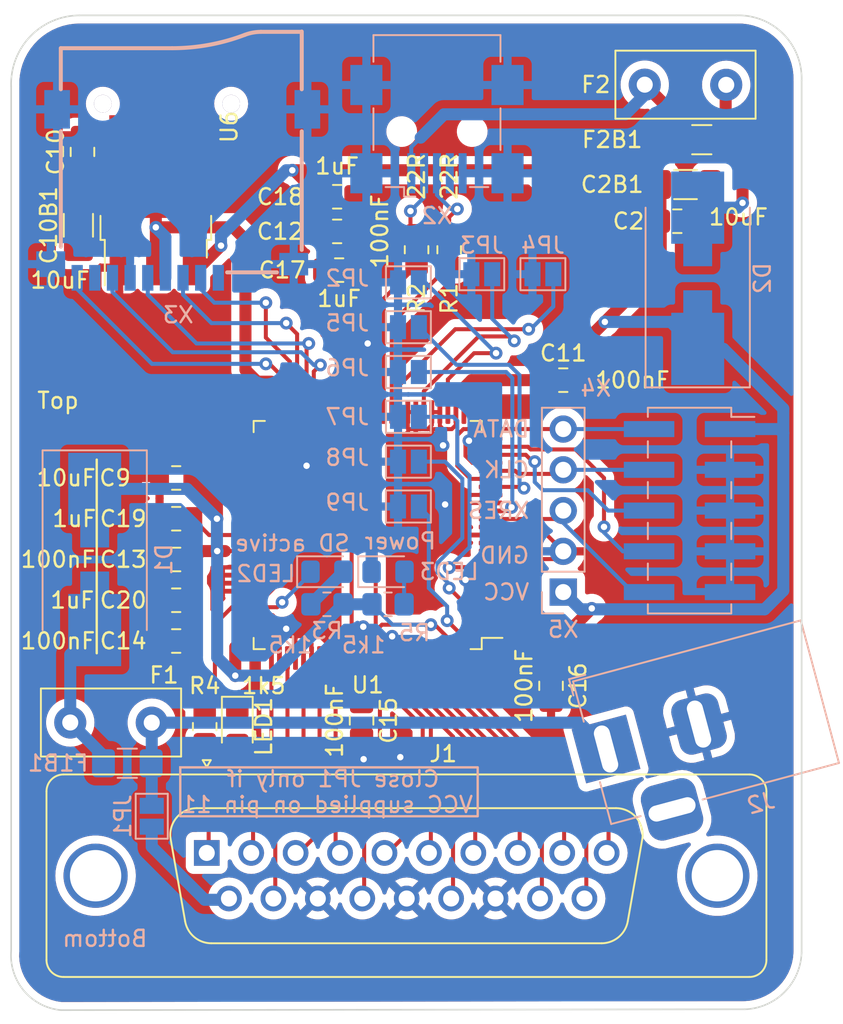
<source format=kicad_pcb>
(kicad_pcb (version 20211014) (generator pcbnew)
  (layers (0 "F.Cu" signal) (31 "B.Cu" signal) (34 "B.Paste" user) (35 "F.Paste" user) (36 "B.SilkS" user "B.Silkscreen") (37 "F.SilkS" user "F.Silkscreen") (38 "B.Mask" user) (39 "F.Mask" user) (44 "Edge.Cuts" user))
  (net 0 "")
  (net 1 "+5V")
  (net 2 "GND")
  (net 3 "Net-(C17-Pad1)")
  (net 4 "Net-(C19-Pad1)")
  (net 5 "Net-(F1-Pad2)")
  (net 6 "Net-(F2-Pad1)")
  (net 7 "/DB0")
  (net 8 "/DB1")
  (net 9 "/DB2")
  (net 10 "/DB3")
  (net 11 "/DB4")
  (net 12 "/DB5")
  (net 13 "/DB6")
  (net 14 "/DB7")
  (net 15 "/~{SEL}")
  (net 16 "/~{INT}")
  (net 17 "Net-(J1-Pad11)")
  (net 18 "/~{RESET}")
  (net 19 "/~{ACK}")
  (net 20 "/A1")
  (net 21 "/R~{W}")
  (net 22 "/~{DRQ}")
  (net 23 "Net-(JP2-Pad1)")
  (net 24 "Net-(JP3-Pad1)")
  (net 25 "Net-(JP4-Pad1)")
  (net 26 "Net-(JP5-Pad1)")
  (net 27 "Net-(JP6-Pad1)")
  (net 28 "Net-(JP7-Pad1)")
  (net 29 "Net-(JP8-Pad1)")
  (net 30 "Net-(JP9-Pad1)")
  (net 31 "Net-(R1-Pad1)")
  (net 32 "Net-(R2-Pad1)")
  (net 33 "Net-(LED1-Pad2)")
  (net 34 "Net-(LED3-Pad2)")
  (net 36 "/XRES")
  (net 37 "/DATA")
  (net 38 "/CLK")
  (net 39 "/SWV_TDO")
  (net 40 "/TDI")
  (net 44 "/MISO")
  (net 45 "/SCK")
  (net 46 "/MOSI")
  (net 47 "/~{CS}")
  (net 48 "/~{CD}")
  (net 55 "/LED")
  (net 57 "Net-(D1-Pad2)")
  (net 58 "+3.3V")
  (net 59 "Net-(D2-Pad2)")
  (net 60 "Net-(LED2-Pad2)")
  (net 61 "Net-(R1-Pad2)")
  (net 62 "Net-(R2-Pad2)")
  (footprint "LED_SMD:LED_0805_2012Metric_Pad1.15x1.40mm_HandSolder" (layer "F.Cu") (at 206.502 134.366 -90)
    (fp_text reference "LED1")
    (fp_text value "LEDCHIPLED_0805")
  )
  (footprint "Package_TO_SOT_SMD:TO-252-3_TabPin2" (layer "F.Cu") (at 201.422 101.565 90)
    (fp_text reference "U6")
    (fp_text value "LDO 3.3V")
  )
  (footprint "Capacitor_SMD:C_0805_2012Metric_Pad1.18x1.45mm_HandSolder" (layer "F.Cu") (at 202.692 118.872 180)
    (fp_text reference "C9")
    (fp_text value "10uF")
  )
  (footprint "Capacitor_SMD:C_0805_2012Metric_Pad1.18x1.45mm_HandSolder" (layer "F.Cu") (at 212.725 103.505)
    (fp_text reference "C12")
    (fp_text value "100nF")
  )
  (footprint "Capacitor_SMD:C_0805_2012Metric_Pad1.18x1.45mm_HandSolder" (layer "F.Cu") (at 233.934 102.87)
    (fp_text reference "C2")
    (fp_text value "10uF")
  )
  (footprint "Capacitor_SMD:C_0805_2012Metric_Pad1.18x1.45mm_HandSolder" (layer "F.Cu") (at 214.249 133.985 -90)
    (fp_text reference "C15")
    (fp_text value "100nF")
  )
  (footprint "Resistor_SMD:R_0805_2012Metric_Pad1.20x1.40mm_HandSolder" (layer "F.Cu") (at 219.71 104.648 -90)
    (fp_text reference "R1")
    (fp_text value "22R")
  )
  (footprint "Capacitor_SMD:C_1206_3216Metric_Pad1.33x1.80mm_HandSolder" (layer "F.Cu") (at 234.442 100.584)
    (fp_text reference "C2B1")
    (fp_text value "10uF")
  )
  (footprint "Capacitor_SMD:C_0805_2012Metric_Pad1.18x1.45mm_HandSolder" (layer "F.Cu") (at 226.06 131.826 -90)
    (fp_text reference "C16")
    (fp_text value "100nF")
  )
  (footprint "Capacitor_SMD:C_0805_2012Metric_Pad1.18x1.45mm_HandSolder" (layer "F.Cu") (at 212.852 105.918)
    (fp_text reference "C17")
    (fp_text value "1uF")
  )
  (footprint "Capacitor_SMD:C_0805_2012Metric_Pad1.18x1.45mm_HandSolder" (layer "F.Cu") (at 196.85 98.552 90)
    (fp_text reference "C10")
    (fp_text value "10uF")
  )
  (footprint "Resistor_SMD:R_0805_2012Metric_Pad1.20x1.40mm_HandSolder" (layer "F.Cu") (at 204.47 134.366 90)
    (fp_text reference "R4")
    (fp_text value "1k5")
  )
  (footprint "Fuse:Fuse_Littelfuse_395Series" (layer "F.Cu") (at 231.902 94.361)
    (fp_text reference "F2")
    (fp_text value "TE5")
  )
  (footprint "Capacitor_SMD:C_0805_2012Metric_Pad1.18x1.45mm_HandSolder" (layer "F.Cu") (at 202.692 121.412 180)
    (fp_text reference "C19")
    (fp_text value "1uF")
  )
  (footprint "Package_QFP:TQFP-100_14x14mm_P0.5mm" (layer "F.Cu") (at 214.63 122.428 180)
    (fp_text reference "U1")
    (fp_text value "CY8C5468AXI-LP042")
  )
  (footprint "Capacitor_SMD:C_0805_2012Metric_Pad1.18x1.45mm_HandSolder" (layer "F.Cu") (at 212.725 101.346)
    (fp_text reference "C18")
    (fp_text value "1uF")
  )
  (footprint "Fuse:Fuse_Littelfuse_395Series" (layer "F.Cu") (at 196.088 134.112)
    (fp_text reference "F1")
    (fp_text value "TE5")
  )
  (footprint "DCDAtari:DSUB-19_Male_Vertical_MountingHoles" (layer "F.Cu") (at 204.597 142.24)
    (fp_text reference "J1")
    (fp_text value "DB19_Male")
  )
  (footprint "Capacitor_SMD:C_0805_2012Metric_Pad1.18x1.45mm_HandSolder" (layer "F.Cu") (at 202.692 126.492 180)
    (fp_text reference "C20")
    (fp_text value "1uF")
  )
  (footprint "Capacitor_SMD:C_0805_2012Metric_Pad1.18x1.45mm_HandSolder" (layer "F.Cu") (at 226.822 112.776)
    (fp_text reference "C11")
    (fp_text value "100nF")
  )
  (footprint "Capacitor_SMD:C_0805_2012Metric_Pad1.18x1.45mm_HandSolder" (layer "F.Cu") (at 202.692 123.952 180)
    (fp_text reference "C13")
    (fp_text value "100nF")
  )
  (footprint "Capacitor_SMD:C_0805_2012Metric_Pad1.18x1.45mm_HandSolder" (layer "F.Cu") (at 202.692 129.032 180)
    (fp_text reference "C14")
    (fp_text value "100nF")
  )
  (footprint "Fuse:Fuse_1206_3216Metric_Pad1.42x1.75mm_HandSolder" (layer "F.Cu") (at 235.458 97.79)
    (fp_text reference "F2B1")
    (fp_text value "1206L012WR")
  )
  (footprint "Capacitor_SMD:C_1206_3216Metric_Pad1.33x1.80mm_HandSolder" (layer "F.Cu") (at 196.596 103.124 90)
    (fp_text reference "C10B1")
    (fp_text value "10uF")
  )
  (footprint "Resistor_SMD:R_0805_2012Metric_Pad1.20x1.40mm_HandSolder" (layer "F.Cu") (at 217.678 104.648 -90)
    (fp_text reference "R2")
    (fp_text value "22R")
  )
  (footprint "Resistor_SMD:R_0805_2012Metric_Pad1.20x1.40mm_HandSolder" (layer "B.Cu") (at 215.9 126.746 180)
    (fp_text reference "R5")
    (fp_text value "1k5")
  )
  (footprint "Connector_PinHeader_2.54mm:PinHeader_2x05_P2.54mm_Vertical_SMD" (layer "B.Cu") (at 234.696 120.904 180)
    (fp_text reference "X4")
    (fp_text value "MiniProg")
  )
  (footprint "Diode_SMD:D_SMC_Handsoldering" (layer "B.Cu") (at 197.612 123.952 -90)
    (fp_text reference "D1SMC1" hide)
    (fp_text value "SCHOTTKY-DIODESMC")
  )
  (footprint "Jumper:SolderJumper-2_P1.3mm_Open_Pad1.0x1.5mm" (layer "B.Cu") (at 201.168 139.954 -90)
    (fp_text reference "JP1")
    (fp_text value "SolderJumper_2_Open")
  )
  (footprint "Jumper:SolderJumper-2_P1.3mm_Open_Pad1.0x1.5mm" (layer "B.Cu") (at 217.17 115.062 180)
    (fp_text reference "JP7")
    (fp_text value "SolderJumper_2_Open")
  )
  (footprint "Diode_SMD:D_SMA_Handsoldering" (layer "B.Cu") (at 197.612 123.952 -90)
    (fp_text reference "D1")
    (fp_text value "SCHOTTKY-DIODEDO214AC")
  )
  (footprint "Connector_PinHeader_2.54mm:PinHeader_1x05_P2.54mm_Vertical" (layer "B.Cu") (at 226.822 125.984)
    (fp_text reference "X5")
    (fp_text value "KitProg")
  )
  (footprint "Jumper:SolderJumper-2_P1.3mm_Open_Pad1.0x1.5mm" (layer "B.Cu") (at 217.17 120.65 180)
    (fp_text reference "JP9")
    (fp_text value "SolderJumper_2_Open")
  )
  (footprint "Jumper:SolderJumper-2_P1.3mm_Open_Pad1.0x1.5mm" (layer "B.Cu") (at 217.17 106.68 180)
    (fp_text reference "JP2")
    (fp_text value "SolderJumper_2_Open")
  )
  (footprint "Jumper:SolderJumper-2_P1.3mm_Open_Pad1.0x1.5mm" (layer "B.Cu") (at 217.17 112.268 180)
    (fp_text reference "JP6")
    (fp_text value "SolderJumper_2_Open")
  )
  (footprint "Diode_SMD:D_SMA_Handsoldering" (layer "B.Cu") (at 235.204 106.426 90)
    (fp_text reference "D2")
    (fp_text value "SCHOTTKY-DIODEDO214AC")
  )
  (footprint "Connector_BarrelJack:BarrelJack_Horizontal" (layer "B.Cu") (at 229.489 135.763 -165)
    (fp_text reference "J2")
    (fp_text value "Jack-DC")
  )
  (footprint "Fuse:Fuse_1206_3216Metric_Pad1.42x1.75mm_HandSolder" (layer "B.Cu") (at 199.644 136.652)
    (fp_text reference "F1B1")
    (fp_text value "1206L012WR")
  )
  (footprint "Diode_SMD:D_SMC_Handsoldering" (layer "B.Cu") (at 235.204 106.426 90)
    (fp_text reference "D2SMC1" hide)
    (fp_text value "SCHOTTKY-DIODESMC")
  )
  (footprint "Jumper:SolderJumper-2_P1.3mm_Open_Pad1.0x1.5mm" (layer "B.Cu") (at 217.17 109.474 180)
    (fp_text reference "JP5")
    (fp_text value "SolderJumper_2_Open")
  )
  (footprint "Resistor_SMD:R_0805_2012Metric_Pad1.20x1.40mm_HandSolder" (layer "B.Cu") (at 212.09 126.746)
    (fp_text reference "R3")
    (fp_text value "1k5")
  )
  (footprint "Jumper:SolderJumper-2_P1.3mm_Open_Pad1.0x1.5mm" (layer "B.Cu") (at 217.17 117.856 180)
    (fp_text reference "JP8")
    (fp_text value "SolderJumper_2_Open")
  )
  (footprint "Jumper:SolderJumper-2_P1.3mm_Open_Pad1.0x1.5mm" (layer "B.Cu") (at 225.552 106.172 180)
    (fp_text reference "JP4")
    (fp_text value "ACSI_ID_H")
  )
  (footprint "Connector_USB:USB_Mini-B_Wuerth_65100516121_Horizontal" (layer "B.Cu") (at 218.948 97.282)
    (fp_text reference "X2")
    (fp_text value "MINI-USB-32005-201")
  )
  (footprint "Connector_DCD:lcsc_c111196_microsd_slot" (layer "B.Cu") (at 202.869 101.1475 90)
    (fp_text reference "X3")
    (fp_text value "MICROSD")
  )
  (footprint "Jumper:SolderJumper-2_P1.3mm_Open_Pad1.0x1.5mm" (layer "B.Cu") (at 221.742 106.172 180)
    (fp_text reference "JP3")
    (fp_text value "SolderJumper_2_Open")
  )
  (footprint "LED_SMD:LED_0805_2012Metric_Pad1.15x1.40mm_HandSolder" (layer "B.Cu") (at 212.09 124.714)
    (fp_text reference "LED2")
    (fp_text value "SD active")
  )
  (footprint "LED_SMD:LED_0805_2012Metric_Pad1.15x1.40mm_HandSolder" (layer "B.Cu") (at 215.9 124.714)
    (fp_text reference "LED3")
    (fp_text value "Power")
  )
  (gr_rect (start 202.946 136.906) (end 221.488 139.954) (layer "B.SilkS") (width 0.15) (fill none))
  (gr_line (start 197.739 117.729) (end 197.739 129.794) (layer "F.SilkS") (width 0.15))
  (gr_arc (start 237.617 90.043) (mid 240.530947 91.193052) (end 241.681 94.107) (layer "Edge.Cuts") (width 0.1))
  (gr_line (start 241.681 94.107) (end 241.681 148.463) (layer "Edge.Cuts") (width 0.1))
  (gr_line (start 238.139223 151.985472) (end 195.502865 152.03693) (layer "Edge.Cuts") (width 0.1))
  (gr_arc (start 192.405 94.488) (mid 193.587703 91.360893) (end 196.660274 90.043) (layer "Edge.Cuts") (width 0.1))
  (gr_arc (start 195.502865 152.03693) (mid 193.194262 150.822341) (end 192.405 148.336) (layer "Edge.Cuts") (width 0.1))
  (gr_arc (start 241.681 148.463) (mid 240.604555 150.920563) (end 238.139223 151.985472) (layer "Edge.Cuts") (width 0.1))
  (gr_line (start 192.405 148.336) (end 192.405 94.488) (layer "Edge.Cuts") (width 0.1))
  (gr_line (start 196.660274 90.043) (end 237.617 90.043) (layer "Edge.Cuts") (width 0.1))
  (gr_text "GND" (at 224.79 123.698) (layer "B.SilkS") (effects (font (size 1 1)) (justify left mirror)))
  (gr_text "Close JP1 only if \nVCC supplied on pin 11" (at 212.09 138.43) (layer "B.SilkS") (effects (font (size 1 1)) (justify mirror)))
  (gr_text "Bottom" (at 198.247 147.574) (layer "B.SilkS") (effects (font (size 1 1)) (justify mirror)))
  (gr_text "VCC" (at 224.79 125.984) (layer "B.SilkS") (effects (font (size 1 1)) (justify left mirror)))
  (gr_text "XRES" (at 224.79 120.904) (layer "B.SilkS") (effects (font (size 1 1)) (justify left mirror)))
  (gr_text "CLK" (at 224.79 118.364) (layer "B.SilkS") (effects (font (size 1 1)) (justify left mirror)))
  (gr_text "DATA" (at 224.79 115.824) (layer "B.SilkS") (effects (font (size 1 1)) (justify left mirror)))
  (gr_text "Top" (at 195.326 114.046) (layer "F.SilkS") (effects (font (size 1 1))))
  (segment (start 203.7295 129.032) (end 203.7295 132.6255) (width 0.75) (layer "F.Cu") (net 1))
  (segment (start 215.138 128.397) (end 215.519 128.016) (width 0.25) (layer "F.Cu") (net 1))
  (segment (start 205.232 120.3745) (end 205.232 121.412) (width 0.75) (layer "F.Cu") (net 1))
  (segment (start 225.044 99.695) (end 209.931 99.695) (width 0.75) (layer "F.Cu") (net 1))
  (segment (start 214.53 130.993685) (end 214.605 130.918685) (width 0.25) (layer "F.Cu") (net 1))
  (segment (start 206.502 129.286) (end 206.375 129.413) (width 0.75) (layer "F.Cu") (net 1))
  (segment (start 221.5305 130.0905) (end 222.25 130.81) (width 0.75) (layer "F.Cu") (net 1))
  (segment (start 214.53 132.6665) (end 214.53 130.993685) (width 0.25) (layer "F.Cu") (net 1))
  (segment (start 206.502 128.8935) (end 206.502 129.286) (width 0.25) (layer "F.Cu") (net 1))
  (segment (start 218.811695 128.016) (end 219.673695 128.878) (width 0.25) (layer "F.Cu") (net 1))
  (segment (start 215.13 114.7655) (end 215.13 128.418685) (width 0.25) (layer "F.Cu") (net 1))
  (segment (start 204.2535 123.428) (end 203.7295 123.952) (width 0.75) (layer "F.Cu") (net 1))
  (segment (start 211.6875 103.505) (end 211.6875 101.346) (width 0.75) (layer "F.Cu") (net 1))
  (segment (start 206.9675 128.428) (end 206.502 128.8935) (width 0.25) (layer "F.Cu") (net 1))
  (segment (start 220.445 128.878) (end 220.63 129.063) (width 0.25) (layer "F.Cu") (net 1))
  (segment (start 203.702 105.765) (end 204.115 105.765) (width 0.75) (layer "F.Cu") (net 1))
  (segment (start 214.63 128.918685) (end 214.63 130.0905) (width 0.25) (layer "F.Cu") (net 1))
  (segment (start 203.7295 132.6255) (end 204.47 133.366) (width 0.75) (layer "F.Cu") (net 1))
  (segment (start 210.0365 99.695) (end 211.6875 101.346) (width 0.75) (layer "F.Cu") (net 1))
  (segment (start 226.06 129.54) (end 228.6 127) (width 0.75) (layer "F.Cu") (net 1))
  (segment (start 206.375 129.413) (end 206.375 131.191) (width 0.75) (layer "F.Cu") (net 1))
  (segment (start 232.8965 102.87) (end 228.219 102.87) (width 0.75) (layer "F.Cu") (net 1))
  (segment (start 220.63 130.0905) (end 221.5305 130.0905) (width 0.25) (layer "F.Cu") (net 1))
  (segment (start 206.9675 123.428) (end 205.74 123.428) (width 0.25) (layer "F.Cu") (net 1))
  (segment (start 221.107 112.776) (end 225.7845 112.776) (width 0.75) (layer "F.Cu") (net 1))
  (segment (start 205.248 123.428) (end 204.2535 123.428) (width 0.75) (layer "F.Cu") (net 1))
  (segment (start 203.7295 123.952) (end 203.7295 129.032) (width 0.75) (layer "F.Cu") (net 1))
  (segment (start 215.13 128.418685) (end 214.63 128.918685) (width 0.25) (layer "F.Cu") (net 1))
  (segment (start 205.74 123.428) (end 205.248 123.428) (width 0.75) (layer "F.Cu") (net 1))
  (segment (start 222.25 130.81) (end 226.0385 130.81) (width 0.75) (layer "F.Cu") (net 1))
  (segment (start 226.06 130.7885) (end 226.06 129.54) (width 0.75) (layer "F.Cu") (net 1))
  (segment (start 220.63 129.063) (end 220.63 130.0905) (width 0.25) (layer "F.Cu") (net 1))
  (segment (start 232.8795 100.584) (end 232.8795 102.853) (width 0.75) (layer "F.Cu") (net 1))
  (segment (start 220.726 113.157) (end 221.107 112.776) (width 0.75) (layer "F.Cu") (net 1))
  (segment (start 214.605 130.918685) (end 214.605 129.667) (width 0.25) (layer "F.Cu") (net 1))
  (segment (start 232.8965 102.87) (end 232.8965 105.664) (width 0.75) (layer "F.Cu") (net 1))
  (segment (start 232.8965 105.664) (end 229.41475 109.14575) (width 0.75) (layer "F.Cu") (net 1))
  (segment (start 220.63 113.253) (end 220.63 114.7655) (width 0.25) (layer "F.Cu") (net 1))
  (segment (start 219.673695 128.878) (end 220.445 128.878) (width 0.25) (layer "F.Cu") (net 1))
  (segment (start 229.41475 109.14575) (end 225.7845 112.776) (width 0.75) (layer "F.Cu") (net 1))
  (segment (start 220.726 113.157) (end 220.63 113.253) (width 0.25) (layer "F.Cu") (net 1))
  (segment (start 218.567 128.016) (end 218.811695 128.016) (width 0.25) (layer "F.Cu") (net 1))
  (segment (start 204.115 105.765) (end 205.486 104.394) (width 0.75) (layer "F.Cu") (net 1))
  (segment (start 203.7295 118.872) (end 205.232 120.3745) (width 0.75) (layer "F.Cu") (net 1))
  (segment (start 215.519 128.016) (end 218.567 128.016) (width 0.25) (layer "F.Cu") (net 1))
  (segment (start 209.931 99.695) (end 210.0365 99.695) (width 0.75) (layer "F.Cu") (net 1))
  (segment (start 228.219 102.87) (end 225.044 99.695) (width 0.75) (layer "F.Cu") (net 1))
  (via (at 209.931 99.695) (size 0.8) (drill 0.4) (layers "F.Cu" "B.Cu") (net 1))
  (via (at 205.232 121.412) (size 0.8) (drill 0.4) (layers "F.Cu" "B.Cu") (net 1))
  (via (at 228.6 127) (size 0.8) (drill 0.4) (layers "F.Cu" "B.Cu") (net 1))
  (via (at 229.41475 109.14575) (size 0.8) (drill 0.4) (layers "F.Cu" "B.Cu") (net 1))
  (via (at 205.248 123.428) (size 0.8) (drill 0.4) (layers "F.Cu" "B.Cu") (net 1))
  (via (at 218.567 128.016) (size 0.8) (drill 0.4) (layers "F.Cu" "B.Cu") (net 1))
  (via (at 206.375 131.191) (size 0.8) (drill 0.4) (layers "F.Cu" "B.Cu") (net 1))
  (via (at 205.486 104.394) (size 0.8) (drill 0.4) (layers "F.Cu" "B.Cu") (net 1))
  (segment (start 229.41475 109.14575) (end 233.52375 109.14575) (width 0.75) (layer "B.Cu") (net 1))
  (segment (start 206.375 131.191) (end 205.248 130.064) (width 0.75) (layer "B.Cu") (net 1))
  (segment (start 235.204 110.826) (end 236.81 110.826) (width 0.75) (layer "B.Cu") (net 1))
  (segment (start 209.931 99.695) (end 209.55 99.695) (width 0.75) (layer "B.Cu") (net 1))
  (segment (start 205.232 123.412) (end 205.248 123.428) (width 0.25) (layer "B.Cu") (net 1))
  (segment (start 197.612 119.552) (end 203.372 119.552) (width 0.75) (layer "B.Cu") (net 1))
  (segment (start 205.248 130.064) (end 205.248 123.428) (width 0.75) (layer "B.Cu") (net 1))
  (segment (start 213.09 126.746) (end 208.645 131.191) (width 0.75) (layer "B.Cu") (net 1))
  (segment (start 218.567 128.016) (end 216.17 128.016) (width 0.25) (layer "B.Cu") (net 1))
  (segment (start 214.9 126.746) (end 213.09 126.746) (width 0.75) (layer "B.Cu") (net 1))
  (segment (start 240.538 125.892) (end 239.371 127.059) (width 0.75) (layer "B.Cu") (net 1))
  (segment (start 233.52375 109.14575) (end 235.204 110.826) (width 0.75) (layer "B.Cu") (net 1))
  (segment (start 203.372 119.552) (end 205.232 121.412) (width 0.75) (layer "B.Cu") (net 1))
  (segment (start 240.538 114.554) (end 240.538 116.078) (width 0.75) (layer "B.Cu") (net 1))
  (segment (start 240.538 116.078) (end 240.538 125.892) (width 0.75) (layer "B.Cu") (net 1))
  (segment (start 205.232 121.412) (end 205.232 123.412) (width 0.75) (layer "B.Cu") (net 1))
  (segment (start 236.81 110.826) (end 240.538 114.554) (width 0.75) (layer "B.Cu") (net 1))
  (segment (start 227.897 127.059) (end 226.822 125.984) (width 0.75) (layer "B.Cu") (net 1))
  (segment (start 239.371 127.059) (end 227.897 127.059) (width 0.75) (layer "B.Cu") (net 1))
  (segment (start 237.221 115.824) (end 240.284 115.824) (width 0.75) (layer "B.Cu") (net 1))
  (segment (start 209.55 99.695) (end 205.486 103.759) (width 0.75) (layer "B.Cu") (net 1))
  (segment (start 208.645 131.191) (end 206.375 131.191) (width 0.75) (layer "B.Cu") (net 1))
  (segment (start 216.17 128.016) (end 214.9 126.746) (width 0.25) (layer "B.Cu") (net 1))
  (segment (start 240.284 115.824) (end 240.538 116.078) (width 0.75) (layer "B.Cu") (net 1))
  (segment (start 205.486 103.759) (end 205.486 104.394) (width 0.75) (layer "B.Cu") (net 1))
  (segment (start 219.079 116.59) (end 219.079 115.828) (width 0.25) (layer "F.Cu") (net 2))
  (segment (start 221.162 117.928) (end 222.2925 117.928) (width 0.25) (layer "F.Cu") (net 2))
  (segment (start 206.9675 123.928) (end 208.256 123.928) (width 0.25) (layer "F.Cu") (net 2))
  (segment (start 208.256 123.928) (end 209.423 125.095) (width 0.25) (layer "F.Cu") (net 2))
  (segment (start 224.79 127.428) (end 224.362 127) (width 0.25) (layer "F.Cu") (net 2))
  (segment (start 222.2925 127.928) (end 221.321305 127.928) (width 0.25) (layer "F.Cu") (net 2))
  (segment (start 211.63 114.7655) (end 212.09 114.3055) (width 0.25) (layer "F.Cu") (net 2))
  (segment (start 219.333 115.828) (end 219.13 115.625) (width 0.25) (layer "F.Cu") (net 2))
  (segment (start 214.13 128.3675) (end 214.3545 128.143) (width 0.25) (layer "F.Cu") (net 2))
  (segment (start 212.13 116.8) (end 212.09 116.84) (width 0.25) (layer "F.Cu") (net 2))
  (segment (start 211.13 130.0905) (end 211.13 129.203) (width 0.25) (layer "F.Cu") (net 2))
  (segment (start 217.13 114.7655) (end 217.13 115.784) (width 0.25) (layer "F.Cu") (net 2))
  (segment (start 222.2925 127.928) (end 224.448 127.928) (width 0.25) (layer "F.Cu") (net 2))
  (segment (start 208.09 126.428) (end 209.423 125.095) (width 0.25) (layer "F.Cu") (net 2))
  (segment (start 212.13 114.7655) (end 212.13 116.8) (width 0.25) (layer "F.Cu") (net 2))
  (segment (start 211.13 129.203) (end 210.197 128.27) (width 0.25) (layer "F.Cu") (net 2))
  (segment (start 215.63 130.0905) (end 215.63 129.2645) (width 0.25) (layer "F.Cu") (net 2))
  (segment (start 209.13 130.0905) (end 209.13 128.69) (width 0.25) (layer "F.Cu") (net 2))
  (segment (start 222.2925 126.928) (end 222.2925 127.928) (width 0.25) (layer "F.Cu") (net 2))
  (segment (start 220.821304 127.428) (end 220.686652 127.293348) (width 0.25) (layer "F.Cu") (net 2))
  (segment (start 219.579 115.828) (end 219.333 115.828) (width 0.25) (layer "F.Cu") (net 2))
  (segment (start 219.13 115.625) (end 219.13 114.7655) (width 0.25) (layer "F.Cu") (net 2))
  (segment (start 219.329 116.84) (end 219.079 116.59) (width 0.25) (layer "F.Cu") (net 2))
  (segment (start 210.197 128.27) (end 209.55 128.27) (width 0.25) (layer "F.Cu") (net 2))
  (segment (start 212.598 128.27) (end 209.55 128.27) (width 0.25) (layer "F.Cu") (net 2))
  (segment (start 220.393305 127) (end 220.686652 127.293348) (width 0.25) (layer "F.Cu") (net 2))
  (segment (start 214.13 130.0905) (end 214.13 128.3675) (width 0.25) (layer "F.Cu") (net 2))
  (segment (start 206.9675 127.428) (end 208.708 127.428) (width 0.25) (layer "F.Cu") (net 2))
  (segment (start 214.63 114.7655) (end 214.63 110.49) (width 0.25) (layer "F.Cu") (net 2))
  (segment (start 222.2925 122.428) (end 225.806 122.428) (width 0.25) (layer "F.Cu") (net 2))
  (segment (start 225.806 122.428) (end 226.822 123.444) (width 0.25) (layer "F.Cu") (net 2))
  (segment (start 220.9425 116.5525) (end 221.364815 116.5525) (width 0.25) (layer "F.Cu") (net 2))
  (segment (start 206.9675 118.928) (end 208.224 118.928) (width 0.25) (layer "F.Cu") (net 2))
  (segment (start 218.63 115.568685) (end 218.370685 115.828) (width 0.25) (layer "F.Cu") (net 2))
  (segment (start 219.551 120.428) (end 219.456 120.523) (width 0.25) (layer "F.Cu") (net 2))
  (segment (start 222.2925 127.428) (end 224.79 127.428) (width 0.25) (layer "F.Cu") (net 2))
  (segment (start 213.13 128.802) (end 212.598 128.27) (width 0.25) (layer "F.Cu") (net 2))
  (segment (start 206.9675 118.928) (end 205.542 118.928) (width 0.25) (layer "F.Cu") (net 2))
  (segment (start 208.224 118.928) (end 208.28 118.872) (width 0.25) (layer "F.Cu") (net 2))
  (segment (start 218.63 114.7655) (end 218.63 115.568685) (width 0.25) (layer "F.Cu") (net 2))
  (segment (start 211.63 114.7655) (end 211.63 116.38) (width 0.25) (layer "F.Cu") (net 2))
  (segment (start 212.13 130.0905) (end 212.13 129.199) (width 0.25) (layer "F.Cu") (net 2))
  (segment (start 217.936 115.828) (end 217.809 115.828) (width 0.25) (layer "F.Cu") (net 2))
  (segment (start 217.13 115.784) (end 217.174 115.828) (width 0.25) (layer "F.Cu") (net 2))
  (segment (start 206.9675 126.428) (end 208.09 126.428) (width 0.25) (layer "F.Cu") (net 2))
  (segment (start 215.63 129.2645) (end 216.154 128.7405) (width 0.25) (layer "F.Cu") (net 2))
  (segment (start 220.9425 116.5525) (end 220.726 116.769) (width 0.25) (layer "F.Cu") (net 2))
  (segment (start 210.13 130.0905) (end 210.13 128.85) (width 0.25) (layer "F.Cu") (net 2))
  (segment (start 209.423 124.580315) (end 209.423 125.095) (width 0.25) (layer "F.Cu") (net 2))
  (segment (start 208.708 127.428) (end 209.55 128.27) (width 0.25) (layer "F.Cu") (net 2))
  (segment (start 220.726 117.492) (end 221.162 117.928) (width 0.25) (layer "F.Cu") (net 2))
  (segment (start 206.9675 118.928) (end 206.9675 116.428) (width 0.25) (layer "F.Cu") (net 2))
  (segment (start 217.63 115.649) (end 217.63 114.7655) (width 0.25) (layer "F.Cu") (net 2))
  (segment (start 212.09 114.3055) (end 212.09 113.03) (width 0.25) (layer "F.Cu") (net 2))
  (segment (start 222.2925 120.428) (end 222.2925 119.928) (width 0.25) (layer "F.Cu") (net 2))
  (segment (start 206.9675 127.928) (end 209.208 127.928) (width 0.25) (layer "F.Cu") (net 2))
  (segment (start 213.13 130.0905) (end 213.13 128.802) (width 0.25) (layer "F.Cu") (net 2))
  (segment (start 219.079 115.828) (end 219.579 115.828) (width 0.25) (layer "F.Cu") (net 2))
  (segment (start 221.364815 116.5525) (end 221.489315 116.428) (width 0.25) (layer "F.Cu") (net 2))
  (segment (start 222.2925 124.928) (end 222.2925 125.928) (width 0.25) (layer "F.Cu") (net 2))
  (segment (start 219.870685 115.828) (end 219.579 115.828) (width 0.25) (layer "F.Cu") (net 2))
  (segment (start 210.13 128.85) (end 209.55 128.27) (width 0.25) (layer "F.Cu") (net 2))
  (segment (start 212.13 129.199) (end 211.201 128.27) (width 0.25) (layer "F.Cu") (net 2))
  (segment (start 222.2925 121.928) (end 222.2925 122.928) (width 0.25) (layer "F.Cu") (net 2))
  (segment (start 221.489315 116.428) (end 222.2925 116.428) (width 0.25) (layer "F.Cu") (net 2))
  (segment (start 220.932 125.428) (end 220.726 125.222) (width 0.25) (layer "F.Cu") (net 2))
  (segment (start 217.809 115.828) (end 217.63 115.649) (width 0.25) (layer "F.Cu") (net 2))
  (segment (start 206.9675 122.928) (end 207.770685 122.928) (width 0.25) (layer "F.Cu") (net 2))
  (segment (start 218.182 115.828) (end 217.936 115.828) (width 0.25) (layer "F.Cu") (net 2))
  (segment (start 206.9675 127.928) (end 206.9675 127.428) (width 0.25) (layer "F.Cu") (net 2))
  (segment (start 217.13 114.7655) (end 217.63 114.7655) (width 0.25) (layer "F.Cu") (net 2))
  (segment (start 222.2925 123.928) (end 226.338 123.928) (width 0.25) (layer "F.Cu") (net 2))
  (segment (start 224.79 128.27) (end 224.448 127.928) (width 0.25) (layer "F.Cu") (net 2))
  (segment (start 222.2925 125.428) (end 220.932 125.428) (width 0.25) (layer "F.Cu") (net 2))
  (segment (start 224.362 127) (end 220.393305 127) (width 0.25) (layer "F.Cu") (net 2))
  (segment (start 222.2925 119.928) (end 220.051 119.928) (width 0.25) (layer "F.Cu") (net 2))
  (segment (start 220.051 119.928) (end 219.456 120.523) (width 0.25) (layer "F.Cu") (net 2))
  (segment (start 209.208 127.928) (end 209.55 128.27) (width 0.25) (layer "F.Cu") (net 2))
  (segment (start 220.726 116.769) (end 220.726 117.492) (width 0.25) (layer "F.Cu") (net 2))
  (segment (start 211.63 116.38) (end 212.09 116.84) (width 0.25) (layer "F.Cu") (net 2))
  (segment (start 211.201 128.27) (end 209.55 128.27) (width 0.25) (layer "F.Cu") (net 2))
  (segment (start 222.2925 120.428) (end 219.551 120.428) (width 0.25) (layer "F.Cu") (net 2))
  (segment (start 220.13 114.7655) (end 220.13 115.568685) (width 0.25) (layer "F.Cu") (net 2))
  (segment (start 222.2925 127.428) (end 220.821304 127.428) (width 0.25) (layer "F.Cu") (net 2))
  (segment (start 207.770685 122.928) (end 209.423 124.580315) (width 0.25) (layer "F.Cu") (net 2))
  (segment (start 220.13 115.568685) (end 219.870685 115.828) (width 0.25) (layer "F.Cu") (net 2))
  (segment (start 218.63 114.7655) (end 219.13 114.7655) (width 0.25) (layer "F.Cu") (net 2))
  (segment (start 218.182 115.828) (end 219.079 115.828) (width 0.25) (layer "F.Cu") (net 2))
  (segment (start 209.13 128.69) (end 209.55 128.27) (width 0.25) (layer "F.Cu") (net 2))
  (segment (start 217.174 115.828) (end 217.936 115.828) (width 0.25) (layer "F.Cu") (net 2))
  (segment (start 221.321305 127.928) (end 220.686652 127.293348) (width 0.25) (layer "F.Cu") (net 2))
  (segment (start 218.370685 115.828) (end 218.182 115.828) (width 0.25) (layer "F.Cu") (net 2))
  (via (at 219.456 120.523) (size 0.8) (drill 0.4) (layers "F.Cu" "B.Cu") (net 2))
  (via (at 214.63 110.49) (size 0.8) (drill 0.4) (layers "F.Cu" "B.Cu") (net 2))
  (via (at 209.55 128.27) (size 0.8) (drill 0.4) (layers "F.Cu" "B.Cu") (net 2))
  (via (at 219.329 116.84) (size 0.8) (drill 0.4) (layers "F.Cu" "B.Cu") (net 2))
  (via (at 214.376 136.398) (size 0.8) (drill 0.4) (layers "F.Cu" "B.Cu") (net 2))
  (via (at 214.3545 128.143) (size 0.8) (drill 0.4) (layers "F.Cu" "B.Cu") (net 2))
  (via (at 216.662 136.271) (size 0.8) (drill 0.4) (layers "F.Cu" "B.Cu") (net 2))
  (via (at 220.9425 116.5525) (size 0.8) (drill 0.4) (layers "F.Cu" "B.Cu") (net 2))
  (via (at 210.82 118.11) (size 0.8) (drill 0.4) (layers "F.Cu" "B.Cu") (net 2))
  (via (at 220.726 125.222) (size 0.8) (drill 0.4) (layers "F.Cu" "B.Cu") (net 2))
  (via (at 216.154 128.7405) (size 0.8) (drill 0.4) (layers "F.Cu" "B.Cu") (net 2))
  (segment (start 214.875 122.165) (end 210.82 118.11) (width 0.75) (layer "B.Cu") (net 2))
  (segment (start 214.875 124.714) (end 214.875 122.165) (width 0.75) (layer "B.Cu") (net 2))
  (segment (start 220.9425 116.5525) (end 222.3435 116.5525) (width 0.25) (layer "B.Cu") (net 2))
  (segment (start 213.63 116.068685) (end 213.63 130.0905) (width 0.25) (layer "F.Cu") (net 3))
  (segment (start 214.13 115.568685) (end 213.63 116.068685) (width 0.25) (layer "F.Cu") (net 3))
  (segment (start 211.8145 109.9605) (end 211.8145 105.918) (width 0.25) (layer "F.Cu") (net 3))
  (segment (start 214.13 112.276) (end 211.8145 109.9605) (width 0.25) (layer "F.Cu") (net 3))
  (segment (start 214.13 114.7655) (end 214.13 112.276) (width 0.25) (layer "F.Cu") (net 3))
  (segment (start 214.13 114.7655) (end 214.13 115.568685) (width 0.25) (layer "F.Cu") (net 3))
  (segment (start 203.7295 121.412) (end 204.7455 122.428) (width 0.25) (layer "F.Cu") (net 4))
  (segment (start 204.7455 122.428) (end 206.9675 122.428) (width 0.25) (layer "F.Cu") (net 4))
  (segment (start 229.560569 135.849217) (end 227.833352 134.122) (width 0.75) (layer "B.Cu") (net 5))
  (segment (start 227.833352 134.122) (end 201.168 134.122) (width 0.75) (layer "B.Cu") (net 5))
  (segment (start 201.168 134.122) (end 201.168 139.304) (width 0.75) (layer "B.Cu") (net 5))
  (segment (start 233.9705 96.4295) (end 233.9705 97.79) (width 0.75) (layer "F.Cu") (net 6))
  (segment (start 231.902 94.361) (end 233.9705 96.4295) (width 0.75) (layer "F.Cu") (net 6))
  (segment (start 217.348 99.882) (end 217.348 98.247) (width 0.25) (layer "B.Cu") (net 6))
  (segment (start 217.348 98.247) (end 217.932 97.663) (width 0.25) (layer "B.Cu") (net 6))
  (segment (start 231.902 94.996) (end 231.902 94.361) (width 0.75) (layer "B.Cu") (net 6))
  (segment (start 217.932 97.663) (end 219.388 96.207) (width 0.75) (layer "B.Cu") (net 6))
  (segment (start 219.388 96.207) (end 230.691 96.207) (width 0.75) (layer "B.Cu") (net 6))
  (segment (start 230.691 96.207) (end 231.902 94.996) (width 0.75) (layer "B.Cu") (net 6))
  (segment (start 208.63 136.81) (end 204.715 140.725) (width 0.25) (layer "F.Cu") (net 7))
  (segment (start 208.63 130.0905) (end 208.63 136.81) (width 0.25) (layer "F.Cu") (net 7))
  (segment (start 204.715 140.725) (end 204.715 142.319669) (width 0.25) (layer "F.Cu") (net 7))
  (segment (start 209.63 130.0905) (end 209.63 138.541198) (width 0.25) (layer "F.Cu") (net 8))
  (segment (start 207.485 140.686198) (end 207.485 142.319669) (width 0.25) (layer "F.Cu") (net 8))
  (segment (start 209.63 138.541198) (end 207.485 140.686198) (width 0.25) (layer "F.Cu") (net 8))
  (segment (start 211.63 130.0905) (end 211.63 140.944669) (width 0.25) (layer "F.Cu") (net 9))
  (segment (start 211.63 140.944669) (end 210.255 142.319669) (width 0.25) (layer "F.Cu") (net 9))
  (segment (start 212.63 130.0905) (end 212.63 141.924669) (width 0.25) (layer "F.Cu") (net 10))
  (segment (start 216.13 132.31) (end 216.72 132.9) (width 0.25) (layer "F.Cu") (net 11))
  (segment (start 216.72 133.03398) (end 218.059 134.37298) (width 0.25) (layer "F.Cu") (net 11))
  (segment (start 218.059 140.055669) (end 215.795 142.319669) (width 0.25) (layer "F.Cu") (net 11))
  (segment (start 216.13 130.0905) (end 216.13 132.31) (width 0.25) (layer "F.Cu") (net 11))
  (segment (start 218.059 134.37298) (end 218.059 140.055669) (width 0.25) (layer "F.Cu") (net 11))
  (segment (start 216.72 132.9) (end 216.72 133.03398) (width 0.25) (layer "F.Cu") (net 11))
  (segment (start 216.63 132.173604) (end 216.63 130.0905) (width 0.25) (layer "F.Cu") (net 12))
  (segment (start 218.567 142.317669) (end 218.567 134.244584) (width 0.25) (layer "F.Cu") (net 12))
  (segment (start 217.17 132.713604) (end 216.63 132.173604) (width 0.25) (layer "F.Cu") (net 12))
  (segment (start 217.17 132.847584) (end 217.17 132.713604) (width 0.25) (layer "F.Cu") (net 12))
  (segment (start 218.567 134.244584) (end 217.17 132.847584) (width 0.25) (layer "F.Cu") (net 12))
  (segment (start 221.335 135.739792) (end 221.335 142.319669) (width 0.25) (layer "F.Cu") (net 13))
  (segment (start 218.07 132.340812) (end 218.07 132.474792) (width 0.25) (layer "F.Cu") (net 13))
  (segment (start 218.07 132.474792) (end 221.335 135.739792) (width 0.25) (layer "F.Cu") (net 13))
  (segment (start 217.63 131.900812) (end 218.07 132.340812) (width 0.25) (layer "F.Cu") (net 13))
  (segment (start 217.63 130.0905) (end 217.63 131.900812) (width 0.25) (layer "F.Cu") (net 13))
  (segment (start 218.52 132.154416) (end 218.52 132.288396) (width 0.25) (layer "F.Cu") (net 14))
  (segment (start 218.13 130.0905) (end 218.13 131.764416) (width 0.25) (layer "F.Cu") (net 14))
  (segment (start 218.52 132.288396) (end 224.105 137.873396) (width 0.25) (layer "F.Cu") (net 14))
  (segment (start 218.13 131.764416) (end 218.52 132.154416) (width 0.25) (layer "F.Cu") (net 14))
  (segment (start 224.105 137.873396) (end 224.105 142.319669) (width 0.25) (layer "F.Cu") (net 14))
  (segment (start 219.13 131.491624) (end 226.875 139.236624) (width 0.25) (layer "F.Cu") (net 15))
  (segment (start 226.875 139.236624) (end 226.875 142.319669) (width 0.25) (layer "F.Cu") (net 15))
  (segment (start 219.13 130.0905) (end 219.13 131.491624) (width 0.25) (layer "F.Cu") (net 15))
  (segment (start 220.13 130.0905) (end 220.13 131.218832) (width 0.25) (layer "F.Cu") (net 16))
  (segment (start 229.645 140.733832) (end 229.645 142.319669) (width 0.25) (layer "F.Cu") (net 16))
  (segment (start 220.13 131.218832) (end 229.645 140.733832) (width 0.25) (layer "F.Cu") (net 16))
  (segment (start 204.473669 145.159669) (end 206.1 145.159669) (width 0.75) (layer "B.Cu") (net 17))
  (segment (start 201.168 140.604) (end 201.168 141.854) (width 0.75) (layer "B.Cu") (net 17))
  (segment (start 201.168 141.854) (end 204.473669 145.159669) (width 0.75) (layer "B.Cu") (net 17))
  (segment (start 210.63 130.0905) (end 210.63 139.527678) (width 0.25) (layer "F.Cu") (net 18))
  (segment (start 208.87 141.287678) (end 208.87 145.159669) (width 0.25) (layer "F.Cu") (net 18))
  (segment (start 210.63 139.527678) (end 208.87 141.287678) (width 0.25) (layer "F.Cu") (net 18))
  (segment (start 215.392 131.588) (end 215.392 137.658695) (width 0.25) (layer "F.Cu") (net 19))
  (segment (start 215.13 131.326) (end 215.392 131.588) (width 0.25) (layer "F.Cu") (net 19))
  (segment (start 215.13 130.0905) (end 215.13 131.326) (width 0.25) (layer "F.Cu") (net 19))
  (segment (start 214.41 138.640695) (end 214.41 145.159669) (width 0.25) (layer "F.Cu") (net 19))
  (segment (start 215.392 137.658695) (end 214.41 138.640695) (width 0.25) (layer "F.Cu") (net 19))
  (segment (start 217.13 132.037208) (end 217.62 132.527208) (width 0.25) (layer "F.Cu") (net 20))
  (segment (start 219.95 134.991188) (end 219.95 145.159669) (width 0.25) (layer "F.Cu") (net 20))
  (segment (start 217.62 132.527208) (end 217.62 132.661188) (width 0.25) (layer "F.Cu") (net 20))
  (segment (start 217.62 132.661188) (end 219.95 134.991188) (width 0.25) (layer "F.Cu") (net 20))
  (segment (start 217.13 130.0905) (end 217.13 132.037208) (width 0.25) (layer "F.Cu") (net 20))
  (segment (start 218.97 132.102) (end 225.49 138.622) (width 0.25) (layer "F.Cu") (net 21))
  (segment (start 218.97 131.96802) (end 218.97 132.102) (width 0.25) (layer "F.Cu") (net 21))
  (segment (start 225.49 138.622) (end 225.49 145.159669) (width 0.25) (layer "F.Cu") (net 21))
  (segment (start 218.63 130.0905) (end 218.63 131.62802) (width 0.25) (layer "F.Cu") (net 21))
  (segment (start 218.63 131.62802) (end 218.97 131.96802) (width 0.25) (layer "F.Cu") (net 21))
  (segment (start 219.63 130.0905) (end 219.63 131.355228) (width 0.25) (layer "F.Cu") (net 22))
  (segment (start 228.26 139.985228) (end 228.26 145.159669) (width 0.25) (layer "F.Cu") (net 22))
  (segment (start 219.63 131.355228) (end 228.26 139.985228) (width 0.25) (layer "F.Cu") (net 22))
  (segment (start 219.63 112.729) (end 221.2655 111.0935) (width 0.25) (layer "F.Cu") (net 23))
  (segment (start 219.63 114.7655) (end 219.63 112.729) (width 0.25) (layer "F.Cu") (net 23))
  (segment (start 221.2655 111.0935) (end 222.631 111.0935) (width 0.25) (layer "F.Cu") (net 23))
  (via (at 222.631 111.0935) (size 0.8) (drill 0.4) (layers "F.Cu" "B.Cu") (net 23))
  (segment (start 218.2175 106.68) (end 217.82 106.68) (width 0.25) (layer "B.Cu") (net 23))
  (segment (start 222.631 111.0935) (end 218.2175 106.68) (width 0.25) (layer "B.Cu") (net 23))
  (segment (start 223.769017 110.3255) (end 223.494517 110.051) (width 0.25) (layer "F.Cu") (net 24))
  (segment (start 223.494517 110.051) (end 221.546 110.051) (width 0.25) (layer "F.Cu") (net 24))
  (segment (start 218.13 113.467) (end 218.13 114.7655) (width 0.25) (layer "F.Cu") (net 24))
  (segment (start 221.546 110.051) (end 218.13 113.467) (width 0.25) (layer "F.Cu") (net 24))
  (via (at 223.769017 110.3255) (size 0.8) (drill 0.4) (layers "F.Cu" "B.Cu") (net 24))
  (segment (start 222.392 108.948483) (end 222.392 106.172) (width 0.25) (layer "B.Cu") (net 24))
  (segment (start 223.769017 110.3255) (end 222.392 108.948483) (width 0.25) (layer "B.Cu") (net 24))
  (segment (start 224.663 109.601) (end 220.091 109.601) (width 0.25) (layer "F.Cu") (net 25))
  (segment (start 220.091 109.601) (end 216.63 113.062) (width 0.25) (layer "F.Cu") (net 25))
  (segment (start 216.63 113.062) (end 216.63 114.7655) (width 0.25) (layer "F.Cu") (net 25))
  (via (at 224.663 109.601) (size 0.8) (drill 0.4) (layers "F.Cu" "B.Cu") (net 25))
  (segment (start 226.202 108.189) (end 226.202 106.172) (width 0.25) (layer "B.Cu") (net 25))
  (segment (start 224.663 109.601) (end 224.79 109.601) (width 0.25) (layer "B.Cu") (net 25))
  (segment (start 224.79 109.601) (end 226.202 108.189) (width 0.25) (layer "B.Cu") (net 25))
  (segment (start 224.2925 119.428) (end 222.2925 119.428) (width 0.25) (layer "F.Cu") (net 26))
  (segment (start 224.3715 119.507) (end 224.2925 119.428) (width 0.25) (layer "F.Cu") (net 26))
  (via (at 224.3715 119.507) (size 0.8) (drill 0.4) (layers "F.Cu" "B.Cu") (net 26))
  (segment (start 224.3715 119.507) (end 224.097 119.2325) (width 0.25) (layer "B.Cu") (net 26))
  (segment (start 224.097 119.2325) (end 224.097 112.462604) (width 0.25) (layer "B.Cu") (net 26))
  (segment (start 224.097 112.462604) (end 223.452396 111.818) (width 0.25) (layer "B.Cu") (net 26))
  (segment (start 223.452396 111.818) (end 220.164 111.818) (width 0.25) (layer "B.Cu") (net 26))
  (segment (start 220.164 111.818) (end 217.82 109.474) (width 0.25) (layer "B.Cu") (net 26))
  (segment (start 223.599011 120.7035) (end 223.374511 120.928) (width 0.25) (layer "F.Cu") (net 27))
  (segment (start 223.374511 120.928) (end 222.2925 120.928) (width 0.25) (layer "F.Cu") (net 27))
  (via (at 223.599011 120.7035) (size 0.8) (drill 0.4) (layers "F.Cu" "B.Cu") (net 27))
  (segment (start 223.647 120.655511) (end 223.647 112.649) (width 0.25) (layer "B.Cu") (net 27))
  (segment (start 223.647 112.649) (end 223.266 112.268) (width 0.25) (layer "B.Cu") (net 27))
  (segment (start 223.266 112.268) (end 217.82 112.268) (width 0.25) (layer "B.Cu") (net 27))
  (segment (start 223.599011 120.7035) (end 223.647 120.655511) (width 0.25) (layer "B.Cu") (net 27))
  (segment (start 219.742 124.428) (end 219.71 124.46) (width 0.25) (layer "F.Cu") (net 28))
  (segment (start 222.2925 124.428) (end 219.742 124.428) (width 0.25) (layer "F.Cu") (net 28))
  (via (at 219.71 124.46) (size 0.8) (drill 0.4) (layers "F.Cu" "B.Cu") (net 28))
  (segment (start 220.218 115.316) (end 219.964 115.062) (width 0.25) (layer "B.Cu") (net 28))
  (segment (start 220.98 118.743604) (end 220.218 117.981604) (width 0.25) (layer "B.Cu") (net 28))
  (segment (start 220.98 123.19) (end 220.98 118.743604) (width 0.25) (layer "B.Cu") (net 28))
  (segment (start 219.71 124.46) (end 220.98 123.19) (width 0.25) (layer "B.Cu") (net 28))
  (segment (start 220.218 117.981604) (end 220.218 115.316) (width 0.25) (layer "B.Cu") (net 28))
  (segment (start 219.964 115.062) (end 217.82 115.062) (width 0.25) (layer "B.Cu") (net 28))
  (segment (start 222.2925 126.428) (end 220.408 126.428) (width 0.25) (layer "F.Cu") (net 29))
  (segment (start 220.408 126.428) (end 219.71 125.73) (width 0.25) (layer "F.Cu") (net 29))
  (via (at 219.71 125.73) (size 0.8) (drill 0.4) (layers "F.Cu" "B.Cu") (net 29))
  (segment (start 220.53 122.614695) (end 220.53 118.93) (width 0.25) (layer "B.Cu") (net 29))
  (segment (start 219.456 117.856) (end 217.82 117.856) (width 0.25) (layer "B.Cu") (net 29))
  (segment (start 219.71 125.73) (end 219.71 125.485305) (width 0.25) (layer "B.Cu") (net 29))
  (segment (start 219.71 125.485305) (end 218.985 124.760305) (width 0.25) (layer "B.Cu") (net 29))
  (segment (start 218.985 124.760305) (end 218.985 124.159695) (width 0.25) (layer "B.Cu") (net 29))
  (segment (start 220.53 118.93) (end 219.456 117.856) (width 0.25) (layer "B.Cu") (net 29))
  (segment (start 218.985 124.159695) (end 220.53 122.614695) (width 0.25) (layer "B.Cu") (net 29))
  (segment (start 219.583 127.762) (end 220.249 128.428) (width 0.25) (layer "F.Cu") (net 30))
  (segment (start 220.249 128.428) (end 222.2925 128.428) (width 0.25) (layer "F.Cu") (net 30))
  (via (at 219.583 127.762) (size 0.8) (drill 0.4) (layers "F.Cu" "B.Cu") (net 30))
  (segment (start 219.583 127.762) (end 219.583 126.873) (width 0.25) (layer "B.Cu") (net 30))
  (segment (start 218.44 121.27) (end 217.82 120.65) (width 0.25) (layer "B.Cu") (net 30))
  (segment (start 219.583 126.873) (end 218.44 125.73) (width 0.25) (layer "B.Cu") (net 30))
  (segment (start 218.44 125.73) (end 218.44 121.27) (width 0.25) (layer "B.Cu") (net 30))
  (segment (start 219.71 103.648) (end 219.71 102.616) (width 0.25) (layer "F.Cu") (net 31))
  (segment (start 219.71 102.616) (end 220.218 102.108) (width 0.25) (layer "F.Cu") (net 31))
  (via (at 220.218 102.108) (size 0.8) (drill 0.4) (layers "F.Cu" "B.Cu") (net 31))
  (segment (start 220.218 102.108) (end 219.824 102.108) (width 0.25) (layer "B.Cu") (net 31))
  (segment (start 218.948 101.232) (end 218.948 99.882) (width 0.25) (layer "B.Cu") (net 31))
  (segment (start 219.824 102.108) (end 218.948 101.232) (width 0.25) (layer "B.Cu") (net 31))
  (segment (start 217.297 102.235) (end 217.297 103.267) (width 0.25) (layer "F.Cu") (net 32))
  (via (at 217.297 102.235) (size 0.8) (drill 0.4) (layers "F.Cu" "B.Cu") (net 32))
  (segment (start 218.148 101.384) (end 217.297 102.235) (width 0.25) (layer "B.Cu") (net 32))
  (segment (start 218.148 99.882) (end 218.148 101.384) (width 0.25) (layer "B.Cu") (net 32))
  (segment (start 206.502 135.391) (end 204.495 135.391) (width 0.75) (layer "F.Cu") (net 33))
  (segment (start 216.9 124.46) (end 216.9 126.467) (width 0.25) (layer "B.Cu") (net 34))
  (segment (start 226.298 121.428) (end 226.822 120.904) (width 0.25) (layer "F.Cu") (net 36))
  (segment (start 222.2925 121.428) (end 226.298 121.428) (width 0.25) (layer "F.Cu") (net 36))
  (segment (start 226.822 121.283) (end 226.822 121.666) (width 0.25) (layer "B.Cu") (net 36))
  (segment (start 226.822 121.666) (end 231.14 125.984) (width 0.25) (layer "B.Cu") (net 36))
  (segment (start 220.218 118.11) (end 221.036 118.928) (width 0.25) (layer "F.Cu") (net 37))
  (segment (start 220.595 115.828) (end 220.218 116.205) (width 0.25) (layer "F.Cu") (net 37))
  (segment (start 220.870685 115.828) (end 220.595 115.828) (width 0.25) (layer "F.Cu") (net 37))
  (segment (start 220.218 116.205) (end 220.218 118.11) (width 0.25) (layer "F.Cu") (net 37))
  (segment (start 221.036 118.928) (end 222.2925 118.928) (width 0.25) (layer "F.Cu") (net 37))
  (segment (start 220.874685 115.824) (end 220.870685 115.828) (width 0.25) (layer "F.Cu") (net 37))
  (segment (start 226.822 115.824) (end 220.874685 115.824) (width 0.25) (layer "F.Cu") (net 37))
  (segment (start 226.822 115.824) (end 232.171 115.824) (width 0.25) (layer "B.Cu") (net 37))
  (segment (start 222.2925 118.428) (end 223.828695 118.428) (width 0.25) (layer "F.Cu") (net 38))
  (segment (start 223.828695 118.428) (end 224.018695 118.618) (width 0.25) (layer "F.Cu") (net 38))
  (segment (start 224.018695 118.618) (end 226.06 118.618) (width 0.25) (layer "F.Cu") (net 38))
  (segment (start 226.822 118.364) (end 232.171 118.364) (width 0.25) (layer "B.Cu") (net 38))
  (segment (start 224.915604 117.856) (end 224.487604 117.428) (width 0.25) (layer "F.Cu") (net 39))
  (segment (start 224.487604 117.428) (end 222.2925 117.428) (width 0.25) (layer "F.Cu") (net 39))
  (segment (start 225.044 117.856) (end 224.915604 117.856) (width 0.25) (layer "F.Cu") (net 39))
  (via (at 225.044 117.856) (size 0.8) (drill 0.4) (layers "F.Cu" "B.Cu") (net 39))
  (segment (start 225.044 117.856) (end 225.044 119.126) (width 0.25) (layer "B.Cu") (net 39))
  (segment (start 225.044 119.126) (end 225.552 119.634) (width 0.25) (layer "B.Cu") (net 39))
  (segment (start 225.552 119.634) (end 228.346 119.634) (width 0.25) (layer "B.Cu") (net 39))
  (segment (start 229.616 120.904) (end 232.171 120.904) (width 0.25) (layer "B.Cu") (net 39))
  (segment (start 228.346 119.634) (end 229.616 120.904) (width 0.25) (layer "B.Cu") (net 39))
  (segment (start 227.584 117.094) (end 224.79 117.094) (width 0.25) (layer "F.Cu") (net 40))
  (segment (start 224.79 117.094) (end 224.624 116.928) (width 0.25) (layer "F.Cu") (net 40))
  (segment (start 229.362 121.92) (end 229.362 118.872) (width 0.25) (layer "F.Cu") (net 40))
  (segment (start 229.362 118.872) (end 227.584 117.094) (width 0.25) (layer "F.Cu") (net 40))
  (segment (start 224.624 116.928) (end 222.2925 116.928) (width 0.25) (layer "F.Cu") (net 40))
  (via (at 229.362 121.92) (size 0.8) (drill 0.4) (layers "F.Cu" "B.Cu") (net 40))
  (segment (start 230.537 123.444) (end 229.362 122.269) (width 0.25) (layer "B.Cu") (net 40))
  (segment (start 232.171 123.444) (end 230.537 123.444) (width 0.25) (layer "B.Cu") (net 40))
  (segment (start 229.362 122.269) (end 229.362 121.92) (width 0.25) (layer "B.Cu") (net 40))
  (segment (start 211.13 113.907534) (end 211.13 114.7655) (width 0.25) (layer "F.Cu") (net 44))
  (segment (start 211.27 113.767534) (end 211.13 113.907534) (width 0.25) (layer "F.Cu") (net 44))
  (segment (start 211.27 112.238242) (end 211.27 113.767534) (width 0.25) (layer "F.Cu") (net 44))
  (segment (start 211.679 111.829242) (end 211.27 112.238242) (width 0.25) (layer "F.Cu") (net 44))
  (via (at 211.679 111.829242) (size 0.8) (drill 0.4) (layers "F.Cu" "B.Cu") (net 44))
  (segment (start 198.719 107.279) (end 202.475 111.035) (width 0.25) (layer "B.Cu") (net 44))
  (segment (start 210.474195 111.035) (end 211.268437 111.829242) (width 0.25) (layer "B.Cu") (net 44))
  (segment (start 211.268437 111.829242) (end 211.679 111.829242) (width 0.25) (layer "B.Cu") (net 44))
  (segment (start 202.475 111.035) (end 210.474195 111.035) (width 0.25) (layer "B.Cu") (net 44))
  (segment (start 198.719 106.3975) (end 198.719 107.279) (width 0.25) (layer "B.Cu") (net 44))
  (segment (start 210.63 114.7655) (end 210.63 113.771138) (width 0.25) (layer "F.Cu") (net 45))
  (segment (start 210.82 110.6245) (end 210.9545 110.49) (width 0.25) (layer "F.Cu") (net 45))
  (segment (start 210.63 113.771138) (end 210.82 113.581138) (width 0.25) (layer "F.Cu") (net 45))
  (segment (start 210.82 113.581138) (end 210.82 110.6245) (width 0.25) (layer "F.Cu") (net 45))
  (via (at 210.9545 110.49) (size 0.8) (drill 0.4) (layers "F.Cu" "B.Cu") (net 45))
  (segment (start 203.9615 110.49) (end 200.919 107.4475) (width 0.25) (layer "B.Cu") (net 45))
  (segment (start 210.9545 110.49) (end 203.9615 110.49) (width 0.25) (layer "B.Cu") (net 45))
  (segment (start 200.919 107.4475) (end 200.919 106.3975) (width 0.25) (layer "B.Cu") (net 45))
  (segment (start 210.13 113.634742) (end 210.13 114.7655) (width 0.25) (layer "F.Cu") (net 46))
  (segment (start 209.55 109.22) (end 210.23 109.9) (width 0.25) (layer "F.Cu") (net 46))
  (segment (start 210.23 109.9) (end 210.23 113.534742) (width 0.25) (layer "F.Cu") (net 46))
  (segment (start 210.23 113.534742) (end 210.13 113.634742) (width 0.25) (layer "F.Cu") (net 46))
  (via (at 209.55 109.22) (size 0.8) (drill 0.4) (layers "F.Cu" "B.Cu") (net 46))
  (segment (start 204.8915 109.22) (end 209.55 109.22) (width 0.25) (layer "B.Cu") (net 46))
  (segment (start 203.119 106.3975) (end 203.119 107.4475) (width 0.25) (layer "B.Cu") (net 46))
  (segment (start 203.119 107.4475) (end 204.8915 109.22) (width 0.25) (layer "B.Cu") (net 46))
  (segment (start 209.78 111.618543) (end 209.78 113.348346) (width 0.25) (layer "F.Cu") (net 47))
  (segment (start 209.78 113.348346) (end 209.63 113.498346) (width 0.25) (layer "F.Cu") (net 47))
  (segment (start 209.63 113.498346) (end 209.63 114.7655) (width 0.25) (layer "F.Cu") (net 47))
  (segment (start 208.28 110.118543) (end 209.78 111.618543) (width 0.25) (layer "F.Cu") (net 47))
  (segment (start 208.28 107.95) (end 208.28 110.118543) (width 0.25) (layer "F.Cu") (net 47))
  (via (at 208.28 107.95) (size 0.8) (drill 0.4) (layers "F.Cu" "B.Cu") (net 47))
  (segment (start 204.219 107.0975) (end 204.219 106.3975) (width 0.25) (layer "B.Cu") (net 47))
  (segment (start 205.0715 107.95) (end 204.219 107.0975) (width 0.25) (layer "B.Cu") (net 47))
  (segment (start 208.28 107.95) (end 205.0715 107.95) (width 0.25) (layer "B.Cu") (net 47))
  (segment (start 208.50795 111.76) (end 209.33 112.58205) (width 0.25) (layer "F.Cu") (net 48))
  (segment (start 209.13 113.361949) (end 209.13 114.7655) (width 0.25) (layer "F.Cu") (net 48))
  (segment (start 208.28 111.76) (end 208.50795 111.76) (width 0.25) (layer "F.Cu") (net 48))
  (segment (start 209.33 113.16195) (end 209.13 113.361949) (width 0.25) (layer "F.Cu") (net 48))
  (segment (start 209.33 112.58205) (end 209.33 113.16195) (width 0.25) (layer "F.Cu") (net 48))
  (via (at 208.28 111.76) (size 0.8) (drill 0.4) (layers "F.Cu" "B.Cu") (net 48))
  (segment (start 201.1815 111.76) (end 196.519 107.0975) (width 0.25) (layer "B.Cu") (net 48))
  (segment (start 196.519 107.0975) (end 196.519 106.3975) (width 0.25) (layer "B.Cu") (net 48))
  (segment (start 208.28 111.76) (end 201.1815 111.76) (width 0.25) (layer "B.Cu") (net 48))
  (segment (start 205.105 131.944) (end 205.105 127.987315) (width 0.25) (layer "F.Cu") (net 55))
  (segment (start 205.105 127.987315) (end 206.164315 126.928) (width 0.25) (layer "F.Cu") (net 55))
  (segment (start 206.164315 126.928) (end 206.9675 126.928) (width 0.25) (layer "F.Cu") (net 55))
  (segment (start 206.9675 126.928) (end 208.987 126.928) (width 0.25) (layer "F.Cu") (net 55))
  (segment (start 208.987 126.928) (end 209.296 126.619) (width 0.25) (layer "F.Cu") (net 55))
  (segment (start 206.502 133.341) (end 205.105 131.944) (width 0.25) (layer "F.Cu") (net 55))
  (via (at 209.296 126.619) (size 0.8) (drill 0.4) (layers "F.Cu" "B.Cu") (net 55))
  (segment (start 211.065 124.85) (end 211.065 124.714) (width 0.25) (layer "B.Cu") (net 55))
  (segment (start 209.296 126.619) (end 211.065 124.85) (width 0.25) (layer "B.Cu") (net 55))
  (segment (start 198.1565 136.1805) (end 196.088 134.112) (width 0.75) (layer "B.Cu") (net 57))
  (segment (start 196.088 129.876) (end 197.612 128.352) (width 0.75) (layer "B.Cu") (net 57))
  (segment (start 196.088 134.112) (end 196.088 129.876) (width 0.75) (layer "B.Cu") (net 57))
  (segment (start 206.248 103.251) (end 207.01 104.013) (width 0.75) (layer "F.Cu") (net 58))
  (segment (start 201.422 103.251) (end 206.248 103.251) (width 0.75) (layer "F.Cu") (net 58))
  (segment (start 207.01 104.013) (end 207.01 112.141) (width 0.75) (layer "F.Cu") (net 58))
  (segment (start 201.422 103.251) (end 201.422 105.765) (width 0.75) (layer "F.Cu") (net 58))
  (segment (start 207.01 112.141) (end 207.741 112.872) (width 0.75) (layer "F.Cu") (net 58))
  (segment (start 207.741 112.872) (end 208.63 112.872) (width 0.75) (layer "F.Cu") (net 58))
  (segment (start 196.596 104.6865) (end 201.2975 99.985) (width 0.75) (layer "F.Cu") (net 58))
  (segment (start 201.422 103.251) (end 201.422 99.465) (width 0.75) (layer "F.Cu") (net 58))
  (segment (start 208.63 112.872) (end 208.63 114.7655) (width 0.25) (layer "F.Cu") (net 58))
  (segment (start 201.2975 99.5895) (end 196.85 99.5895) (width 0.75) (layer "F.Cu") (net 58))
  (via (at 201.422 103.251) (size 0.8) (drill 0.4) (layers "F.Cu" "B.Cu") (net 58))
  (segment (start 202.019 103.848) (end 202.019 106.3975) (width 0.75) (layer "B.Cu") (net 58))
  (segment (start 201.422 103.251) (end 202.019 103.848) (width 0.75) (layer "B.Cu") (net 58))
  (segment (start 236.982 94.371) (end 236.9455 94.4075) (width 0.75) (layer "F.Cu") (net 59))
  (segment (start 236.9455 94.4075) (end 236.9455 97.79) (width 0.75) (layer "F.Cu") (net 59))
  (segment (start 236.9455 97.79) (end 237.998 98.8425) (width 0.75) (layer "F.Cu") (net 59))
  (segment (start 237.998 98.8425) (end 237.998 101.727) (width 0.75) (layer "F.Cu") (net 59))
  (via (at 237.998 101.727) (size 0.8) (drill 0.4) (layers "F.Cu" "B.Cu") (net 59))
  (segment (start 237.699 102.026) (end 235.204 102.026) (width 0.75) (layer "B.Cu") (net 59))
  (segment (start 237.998 101.727) (end 237.699 102.026) (width 0.75) (layer "B.Cu") (net 59))
  (segment (start 211.09 126.739) (end 213.115 124.714) (width 0.75) (layer "B.Cu") (net 60))
  (segment (start 211.09 126.746) (end 211.09 126.739) (width 0.75) (layer "B.Cu") (net 60))
  (segment (start 216.13 114.7655) (end 216.13 109.228) (width 0.25) (layer "F.Cu") (net 61))
  (segment (start 216.13 109.228) (end 219.71 105.648) (width 0.25) (layer "F.Cu") (net 61))
  (segment (start 215.63 107.696) (end 217.678 105.648) (width 0.25) (layer "F.Cu") (net 62))
  (segment (start 215.63 114.7655) (end 215.63 107.696) (width 0.25) (layer "F.Cu") (net 62))
  (zone (net 2) (net_name "GND") (layer "F.Cu") (connect_pads (clearance 0.508)) (min_thickness 0.254) (fill yes (thermal_gap 0.508) (thermal_bridge_width 0.508))
    (polygon (pts (xy 242.443 152.908) (xy 191.77 152.908) (xy 191.77 89.408) (xy 242.443 89.408)))
  )
  (zone (net 2) (net_name "GND") (layer "B.Cu") (connect_pads (clearance 0.508)) (min_thickness 0.254) (fill yes (thermal_gap 0.508) (thermal_bridge_width 0.508))
    (polygon (pts (xy 242.443 152.908) (xy 191.77 152.908) (xy 191.77 89.408) (xy 242.443 89.408)))
  )
)
</source>
